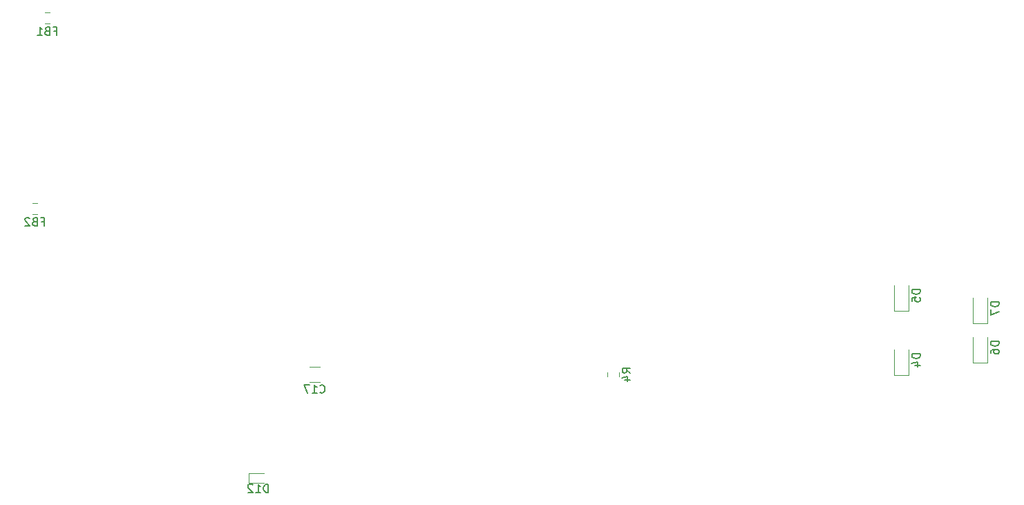
<source format=gbr>
G04 #@! TF.GenerationSoftware,KiCad,Pcbnew,(5.1.5-0-10_14)*
G04 #@! TF.CreationDate,2020-11-15T00:29:35-05:00*
G04 #@! TF.ProjectId,quantar-interface,7175616e-7461-4722-9d69-6e7465726661,rev?*
G04 #@! TF.SameCoordinates,Original*
G04 #@! TF.FileFunction,Legend,Bot*
G04 #@! TF.FilePolarity,Positive*
%FSLAX46Y46*%
G04 Gerber Fmt 4.6, Leading zero omitted, Abs format (unit mm)*
G04 Created by KiCad (PCBNEW (5.1.5-0-10_14)) date 2020-11-15 00:29:35*
%MOMM*%
%LPD*%
G04 APERTURE LIST*
%ADD10C,0.120000*%
%ADD11C,0.150000*%
G04 APERTURE END LIST*
D10*
X116491936Y-134260000D02*
X117696064Y-134260000D01*
X116491936Y-132440000D02*
X117696064Y-132440000D01*
X189826000Y-133472000D02*
X188126000Y-133472000D01*
X188126000Y-133472000D02*
X188126000Y-130322000D01*
X189826000Y-133472000D02*
X189826000Y-130322000D01*
X189826000Y-125578000D02*
X188126000Y-125578000D01*
X188126000Y-125578000D02*
X188126000Y-122428000D01*
X189826000Y-125578000D02*
X189826000Y-122428000D01*
X199478000Y-131948000D02*
X199478000Y-128798000D01*
X197778000Y-131948000D02*
X197778000Y-128798000D01*
X199478000Y-131948000D02*
X197778000Y-131948000D01*
X199478000Y-127122000D02*
X199478000Y-123972000D01*
X197778000Y-127122000D02*
X197778000Y-123972000D01*
X199478000Y-127122000D02*
X197778000Y-127122000D01*
X109024000Y-146650000D02*
X109024000Y-145450000D01*
X110874000Y-146650000D02*
X109024000Y-146650000D01*
X110874000Y-145450000D02*
X109024000Y-145450000D01*
X152960000Y-133611252D02*
X152960000Y-133088748D01*
X154380000Y-133611252D02*
X154380000Y-133088748D01*
X84066748Y-90372000D02*
X84589252Y-90372000D01*
X84066748Y-88952000D02*
X84589252Y-88952000D01*
X82542748Y-113740000D02*
X83065252Y-113740000D01*
X82542748Y-112320000D02*
X83065252Y-112320000D01*
D11*
X117736857Y-135527142D02*
X117784476Y-135574761D01*
X117927333Y-135622380D01*
X118022571Y-135622380D01*
X118165428Y-135574761D01*
X118260666Y-135479523D01*
X118308285Y-135384285D01*
X118355904Y-135193809D01*
X118355904Y-135050952D01*
X118308285Y-134860476D01*
X118260666Y-134765238D01*
X118165428Y-134670000D01*
X118022571Y-134622380D01*
X117927333Y-134622380D01*
X117784476Y-134670000D01*
X117736857Y-134717619D01*
X116784476Y-135622380D02*
X117355904Y-135622380D01*
X117070190Y-135622380D02*
X117070190Y-134622380D01*
X117165428Y-134765238D01*
X117260666Y-134860476D01*
X117355904Y-134908095D01*
X116451142Y-134622380D02*
X115784476Y-134622380D01*
X116213047Y-135622380D01*
X191278380Y-130833904D02*
X190278380Y-130833904D01*
X190278380Y-131072000D01*
X190326000Y-131214857D01*
X190421238Y-131310095D01*
X190516476Y-131357714D01*
X190706952Y-131405333D01*
X190849809Y-131405333D01*
X191040285Y-131357714D01*
X191135523Y-131310095D01*
X191230761Y-131214857D01*
X191278380Y-131072000D01*
X191278380Y-130833904D01*
X190611714Y-132262476D02*
X191278380Y-132262476D01*
X190230761Y-132024380D02*
X190945047Y-131786285D01*
X190945047Y-132405333D01*
X191278380Y-122939904D02*
X190278380Y-122939904D01*
X190278380Y-123178000D01*
X190326000Y-123320857D01*
X190421238Y-123416095D01*
X190516476Y-123463714D01*
X190706952Y-123511333D01*
X190849809Y-123511333D01*
X191040285Y-123463714D01*
X191135523Y-123416095D01*
X191230761Y-123320857D01*
X191278380Y-123178000D01*
X191278380Y-122939904D01*
X190278380Y-124416095D02*
X190278380Y-123939904D01*
X190754571Y-123892285D01*
X190706952Y-123939904D01*
X190659333Y-124035142D01*
X190659333Y-124273238D01*
X190706952Y-124368476D01*
X190754571Y-124416095D01*
X190849809Y-124463714D01*
X191087904Y-124463714D01*
X191183142Y-124416095D01*
X191230761Y-124368476D01*
X191278380Y-124273238D01*
X191278380Y-124035142D01*
X191230761Y-123939904D01*
X191183142Y-123892285D01*
X200930380Y-129309904D02*
X199930380Y-129309904D01*
X199930380Y-129548000D01*
X199978000Y-129690857D01*
X200073238Y-129786095D01*
X200168476Y-129833714D01*
X200358952Y-129881333D01*
X200501809Y-129881333D01*
X200692285Y-129833714D01*
X200787523Y-129786095D01*
X200882761Y-129690857D01*
X200930380Y-129548000D01*
X200930380Y-129309904D01*
X199930380Y-130738476D02*
X199930380Y-130548000D01*
X199978000Y-130452761D01*
X200025619Y-130405142D01*
X200168476Y-130309904D01*
X200358952Y-130262285D01*
X200739904Y-130262285D01*
X200835142Y-130309904D01*
X200882761Y-130357523D01*
X200930380Y-130452761D01*
X200930380Y-130643238D01*
X200882761Y-130738476D01*
X200835142Y-130786095D01*
X200739904Y-130833714D01*
X200501809Y-130833714D01*
X200406571Y-130786095D01*
X200358952Y-130738476D01*
X200311333Y-130643238D01*
X200311333Y-130452761D01*
X200358952Y-130357523D01*
X200406571Y-130309904D01*
X200501809Y-130262285D01*
X200930380Y-124483904D02*
X199930380Y-124483904D01*
X199930380Y-124722000D01*
X199978000Y-124864857D01*
X200073238Y-124960095D01*
X200168476Y-125007714D01*
X200358952Y-125055333D01*
X200501809Y-125055333D01*
X200692285Y-125007714D01*
X200787523Y-124960095D01*
X200882761Y-124864857D01*
X200930380Y-124722000D01*
X200930380Y-124483904D01*
X199930380Y-125388666D02*
X199930380Y-126055333D01*
X200930380Y-125626761D01*
X111388285Y-147802380D02*
X111388285Y-146802380D01*
X111150190Y-146802380D01*
X111007333Y-146850000D01*
X110912095Y-146945238D01*
X110864476Y-147040476D01*
X110816857Y-147230952D01*
X110816857Y-147373809D01*
X110864476Y-147564285D01*
X110912095Y-147659523D01*
X111007333Y-147754761D01*
X111150190Y-147802380D01*
X111388285Y-147802380D01*
X109864476Y-147802380D02*
X110435904Y-147802380D01*
X110150190Y-147802380D02*
X110150190Y-146802380D01*
X110245428Y-146945238D01*
X110340666Y-147040476D01*
X110435904Y-147088095D01*
X109483523Y-146897619D02*
X109435904Y-146850000D01*
X109340666Y-146802380D01*
X109102571Y-146802380D01*
X109007333Y-146850000D01*
X108959714Y-146897619D01*
X108912095Y-146992857D01*
X108912095Y-147088095D01*
X108959714Y-147230952D01*
X109531142Y-147802380D01*
X108912095Y-147802380D01*
X155772380Y-133183333D02*
X155296190Y-132850000D01*
X155772380Y-132611904D02*
X154772380Y-132611904D01*
X154772380Y-132992857D01*
X154820000Y-133088095D01*
X154867619Y-133135714D01*
X154962857Y-133183333D01*
X155105714Y-133183333D01*
X155200952Y-133135714D01*
X155248571Y-133088095D01*
X155296190Y-132992857D01*
X155296190Y-132611904D01*
X155105714Y-134040476D02*
X155772380Y-134040476D01*
X154724761Y-133802380D02*
X155439047Y-133564285D01*
X155439047Y-134183333D01*
X85161333Y-91240571D02*
X85494666Y-91240571D01*
X85494666Y-91764380D02*
X85494666Y-90764380D01*
X85018476Y-90764380D01*
X84304190Y-91240571D02*
X84161333Y-91288190D01*
X84113714Y-91335809D01*
X84066095Y-91431047D01*
X84066095Y-91573904D01*
X84113714Y-91669142D01*
X84161333Y-91716761D01*
X84256571Y-91764380D01*
X84637523Y-91764380D01*
X84637523Y-90764380D01*
X84304190Y-90764380D01*
X84208952Y-90812000D01*
X84161333Y-90859619D01*
X84113714Y-90954857D01*
X84113714Y-91050095D01*
X84161333Y-91145333D01*
X84208952Y-91192952D01*
X84304190Y-91240571D01*
X84637523Y-91240571D01*
X83113714Y-91764380D02*
X83685142Y-91764380D01*
X83399428Y-91764380D02*
X83399428Y-90764380D01*
X83494666Y-90907238D01*
X83589904Y-91002476D01*
X83685142Y-91050095D01*
X83637333Y-114608571D02*
X83970666Y-114608571D01*
X83970666Y-115132380D02*
X83970666Y-114132380D01*
X83494476Y-114132380D01*
X82780190Y-114608571D02*
X82637333Y-114656190D01*
X82589714Y-114703809D01*
X82542095Y-114799047D01*
X82542095Y-114941904D01*
X82589714Y-115037142D01*
X82637333Y-115084761D01*
X82732571Y-115132380D01*
X83113523Y-115132380D01*
X83113523Y-114132380D01*
X82780190Y-114132380D01*
X82684952Y-114180000D01*
X82637333Y-114227619D01*
X82589714Y-114322857D01*
X82589714Y-114418095D01*
X82637333Y-114513333D01*
X82684952Y-114560952D01*
X82780190Y-114608571D01*
X83113523Y-114608571D01*
X82161142Y-114227619D02*
X82113523Y-114180000D01*
X82018285Y-114132380D01*
X81780190Y-114132380D01*
X81684952Y-114180000D01*
X81637333Y-114227619D01*
X81589714Y-114322857D01*
X81589714Y-114418095D01*
X81637333Y-114560952D01*
X82208761Y-115132380D01*
X81589714Y-115132380D01*
M02*

</source>
